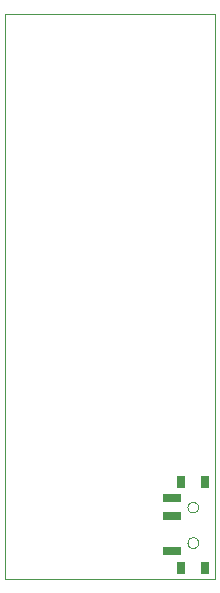
<source format=gtp>
G75*
%MOIN*%
%OFA0B0*%
%FSLAX24Y24*%
%IPPOS*%
%LPD*%
%AMOC8*
5,1,8,0,0,1.08239X$1,22.5*
%
%ADD10C,0.0000*%
%ADD11R,0.0315X0.0394*%
%ADD12R,0.0591X0.0276*%
D10*
X000150Y000200D02*
X000150Y019020D01*
X007142Y019020D01*
X007142Y000200D01*
X000150Y000200D01*
X006223Y001409D02*
X006225Y001435D01*
X006231Y001461D01*
X006241Y001486D01*
X006254Y001509D01*
X006270Y001529D01*
X006290Y001547D01*
X006312Y001562D01*
X006335Y001574D01*
X006361Y001582D01*
X006387Y001586D01*
X006413Y001586D01*
X006439Y001582D01*
X006465Y001574D01*
X006489Y001562D01*
X006510Y001547D01*
X006530Y001529D01*
X006546Y001509D01*
X006559Y001486D01*
X006569Y001461D01*
X006575Y001435D01*
X006577Y001409D01*
X006575Y001383D01*
X006569Y001357D01*
X006559Y001332D01*
X006546Y001309D01*
X006530Y001289D01*
X006510Y001271D01*
X006488Y001256D01*
X006465Y001244D01*
X006439Y001236D01*
X006413Y001232D01*
X006387Y001232D01*
X006361Y001236D01*
X006335Y001244D01*
X006311Y001256D01*
X006290Y001271D01*
X006270Y001289D01*
X006254Y001309D01*
X006241Y001332D01*
X006231Y001357D01*
X006225Y001383D01*
X006223Y001409D01*
X006223Y002591D02*
X006225Y002617D01*
X006231Y002643D01*
X006241Y002668D01*
X006254Y002691D01*
X006270Y002711D01*
X006290Y002729D01*
X006312Y002744D01*
X006335Y002756D01*
X006361Y002764D01*
X006387Y002768D01*
X006413Y002768D01*
X006439Y002764D01*
X006465Y002756D01*
X006489Y002744D01*
X006510Y002729D01*
X006530Y002711D01*
X006546Y002691D01*
X006559Y002668D01*
X006569Y002643D01*
X006575Y002617D01*
X006577Y002591D01*
X006575Y002565D01*
X006569Y002539D01*
X006559Y002514D01*
X006546Y002491D01*
X006530Y002471D01*
X006510Y002453D01*
X006488Y002438D01*
X006465Y002426D01*
X006439Y002418D01*
X006413Y002414D01*
X006387Y002414D01*
X006361Y002418D01*
X006335Y002426D01*
X006311Y002438D01*
X006290Y002453D01*
X006270Y002471D01*
X006254Y002491D01*
X006241Y002514D01*
X006231Y002539D01*
X006225Y002565D01*
X006223Y002591D01*
D11*
X006006Y003437D03*
X006794Y003437D03*
X006794Y000563D03*
X006006Y000563D03*
D12*
X005711Y001114D03*
X005711Y002295D03*
X005711Y002886D03*
M02*

</source>
